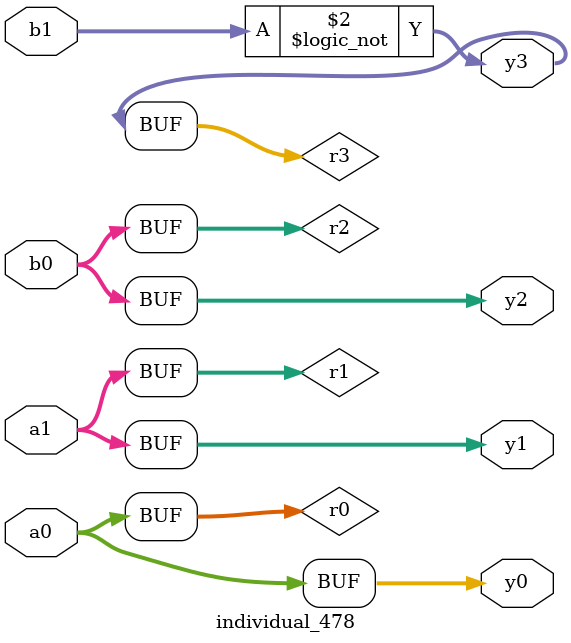
<source format=sv>
module individual_478(input logic [15:0] a1, input logic [15:0] a0, input logic [15:0] b1, input logic [15:0] b0, output logic [15:0] y3, output logic [15:0] y2, output logic [15:0] y1, output logic [15:0] y0);
logic [15:0] r0, r1, r2, r3; 
 always@(*) begin 
	 r0 = a0; r1 = a1; r2 = b0; r3 = b1; 
 	 r3 = ! r3 ;
 	 y3 = r3; y2 = r2; y1 = r1; y0 = r0; 
end
endmodule
</source>
